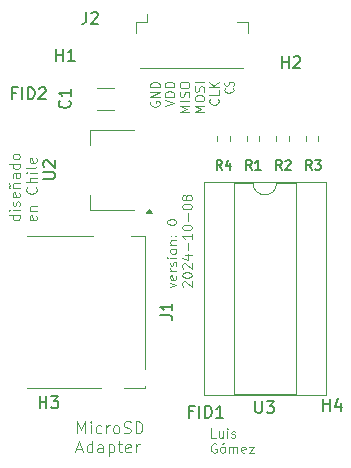
<source format=gbr>
%TF.GenerationSoftware,KiCad,Pcbnew,8.0.5-8.0.5-0~ubuntu20.04.1*%
%TF.CreationDate,2024-10-09T19:15:32-03:00*%
%TF.ProjectId,MicroSD,4d696372-6f53-4442-9e6b-696361645f70,Luis G_mez*%
%TF.SameCoordinates,Original*%
%TF.FileFunction,Legend,Top*%
%TF.FilePolarity,Positive*%
%FSLAX46Y46*%
G04 Gerber Fmt 4.6, Leading zero omitted, Abs format (unit mm)*
G04 Created by KiCad (PCBNEW 8.0.5-8.0.5-0~ubuntu20.04.1) date 2024-10-09 19:15:32*
%MOMM*%
%LPD*%
G01*
G04 APERTURE LIST*
%ADD10C,0.100000*%
%ADD11C,0.080000*%
%ADD12C,0.150000*%
%ADD13C,0.120000*%
G04 APERTURE END LIST*
D10*
X102035707Y-118334211D02*
X101135707Y-118334211D01*
X101992850Y-118334211D02*
X102035707Y-118419925D01*
X102035707Y-118419925D02*
X102035707Y-118591353D01*
X102035707Y-118591353D02*
X101992850Y-118677068D01*
X101992850Y-118677068D02*
X101949992Y-118719925D01*
X101949992Y-118719925D02*
X101864278Y-118762782D01*
X101864278Y-118762782D02*
X101607135Y-118762782D01*
X101607135Y-118762782D02*
X101521421Y-118719925D01*
X101521421Y-118719925D02*
X101478564Y-118677068D01*
X101478564Y-118677068D02*
X101435707Y-118591353D01*
X101435707Y-118591353D02*
X101435707Y-118419925D01*
X101435707Y-118419925D02*
X101478564Y-118334211D01*
X102035707Y-117905639D02*
X101435707Y-117905639D01*
X101135707Y-117905639D02*
X101178564Y-117948496D01*
X101178564Y-117948496D02*
X101221421Y-117905639D01*
X101221421Y-117905639D02*
X101178564Y-117862782D01*
X101178564Y-117862782D02*
X101135707Y-117905639D01*
X101135707Y-117905639D02*
X101221421Y-117905639D01*
X101992850Y-117519925D02*
X102035707Y-117434211D01*
X102035707Y-117434211D02*
X102035707Y-117262782D01*
X102035707Y-117262782D02*
X101992850Y-117177068D01*
X101992850Y-117177068D02*
X101907135Y-117134211D01*
X101907135Y-117134211D02*
X101864278Y-117134211D01*
X101864278Y-117134211D02*
X101778564Y-117177068D01*
X101778564Y-117177068D02*
X101735707Y-117262782D01*
X101735707Y-117262782D02*
X101735707Y-117391354D01*
X101735707Y-117391354D02*
X101692850Y-117477068D01*
X101692850Y-117477068D02*
X101607135Y-117519925D01*
X101607135Y-117519925D02*
X101564278Y-117519925D01*
X101564278Y-117519925D02*
X101478564Y-117477068D01*
X101478564Y-117477068D02*
X101435707Y-117391354D01*
X101435707Y-117391354D02*
X101435707Y-117262782D01*
X101435707Y-117262782D02*
X101478564Y-117177068D01*
X101992850Y-116405640D02*
X102035707Y-116491354D01*
X102035707Y-116491354D02*
X102035707Y-116662783D01*
X102035707Y-116662783D02*
X101992850Y-116748497D01*
X101992850Y-116748497D02*
X101907135Y-116791354D01*
X101907135Y-116791354D02*
X101564278Y-116791354D01*
X101564278Y-116791354D02*
X101478564Y-116748497D01*
X101478564Y-116748497D02*
X101435707Y-116662783D01*
X101435707Y-116662783D02*
X101435707Y-116491354D01*
X101435707Y-116491354D02*
X101478564Y-116405640D01*
X101478564Y-116405640D02*
X101564278Y-116362783D01*
X101564278Y-116362783D02*
X101649992Y-116362783D01*
X101649992Y-116362783D02*
X101735707Y-116791354D01*
X101435707Y-115977068D02*
X102035707Y-115977068D01*
X101521421Y-115977068D02*
X101478564Y-115934211D01*
X101478564Y-115934211D02*
X101435707Y-115848496D01*
X101435707Y-115848496D02*
X101435707Y-115719925D01*
X101435707Y-115719925D02*
X101478564Y-115634211D01*
X101478564Y-115634211D02*
X101564278Y-115591354D01*
X101564278Y-115591354D02*
X102035707Y-115591354D01*
X101221421Y-116019925D02*
X101178564Y-115977068D01*
X101178564Y-115977068D02*
X101135707Y-115891354D01*
X101135707Y-115891354D02*
X101221421Y-115719925D01*
X101221421Y-115719925D02*
X101178564Y-115634211D01*
X101178564Y-115634211D02*
X101135707Y-115591354D01*
X102035707Y-114777068D02*
X101564278Y-114777068D01*
X101564278Y-114777068D02*
X101478564Y-114819925D01*
X101478564Y-114819925D02*
X101435707Y-114905639D01*
X101435707Y-114905639D02*
X101435707Y-115077068D01*
X101435707Y-115077068D02*
X101478564Y-115162782D01*
X101992850Y-114777068D02*
X102035707Y-114862782D01*
X102035707Y-114862782D02*
X102035707Y-115077068D01*
X102035707Y-115077068D02*
X101992850Y-115162782D01*
X101992850Y-115162782D02*
X101907135Y-115205639D01*
X101907135Y-115205639D02*
X101821421Y-115205639D01*
X101821421Y-115205639D02*
X101735707Y-115162782D01*
X101735707Y-115162782D02*
X101692850Y-115077068D01*
X101692850Y-115077068D02*
X101692850Y-114862782D01*
X101692850Y-114862782D02*
X101649992Y-114777068D01*
X102035707Y-113962782D02*
X101135707Y-113962782D01*
X101992850Y-113962782D02*
X102035707Y-114048496D01*
X102035707Y-114048496D02*
X102035707Y-114219924D01*
X102035707Y-114219924D02*
X101992850Y-114305639D01*
X101992850Y-114305639D02*
X101949992Y-114348496D01*
X101949992Y-114348496D02*
X101864278Y-114391353D01*
X101864278Y-114391353D02*
X101607135Y-114391353D01*
X101607135Y-114391353D02*
X101521421Y-114348496D01*
X101521421Y-114348496D02*
X101478564Y-114305639D01*
X101478564Y-114305639D02*
X101435707Y-114219924D01*
X101435707Y-114219924D02*
X101435707Y-114048496D01*
X101435707Y-114048496D02*
X101478564Y-113962782D01*
X102035707Y-113405638D02*
X101992850Y-113491353D01*
X101992850Y-113491353D02*
X101949992Y-113534210D01*
X101949992Y-113534210D02*
X101864278Y-113577067D01*
X101864278Y-113577067D02*
X101607135Y-113577067D01*
X101607135Y-113577067D02*
X101521421Y-113534210D01*
X101521421Y-113534210D02*
X101478564Y-113491353D01*
X101478564Y-113491353D02*
X101435707Y-113405638D01*
X101435707Y-113405638D02*
X101435707Y-113277067D01*
X101435707Y-113277067D02*
X101478564Y-113191353D01*
X101478564Y-113191353D02*
X101521421Y-113148496D01*
X101521421Y-113148496D02*
X101607135Y-113105638D01*
X101607135Y-113105638D02*
X101864278Y-113105638D01*
X101864278Y-113105638D02*
X101949992Y-113148496D01*
X101949992Y-113148496D02*
X101992850Y-113191353D01*
X101992850Y-113191353D02*
X102035707Y-113277067D01*
X102035707Y-113277067D02*
X102035707Y-113405638D01*
X103441800Y-118377068D02*
X103484657Y-118462782D01*
X103484657Y-118462782D02*
X103484657Y-118634211D01*
X103484657Y-118634211D02*
X103441800Y-118719925D01*
X103441800Y-118719925D02*
X103356085Y-118762782D01*
X103356085Y-118762782D02*
X103013228Y-118762782D01*
X103013228Y-118762782D02*
X102927514Y-118719925D01*
X102927514Y-118719925D02*
X102884657Y-118634211D01*
X102884657Y-118634211D02*
X102884657Y-118462782D01*
X102884657Y-118462782D02*
X102927514Y-118377068D01*
X102927514Y-118377068D02*
X103013228Y-118334211D01*
X103013228Y-118334211D02*
X103098942Y-118334211D01*
X103098942Y-118334211D02*
X103184657Y-118762782D01*
X102884657Y-117948496D02*
X103484657Y-117948496D01*
X102970371Y-117948496D02*
X102927514Y-117905639D01*
X102927514Y-117905639D02*
X102884657Y-117819924D01*
X102884657Y-117819924D02*
X102884657Y-117691353D01*
X102884657Y-117691353D02*
X102927514Y-117605639D01*
X102927514Y-117605639D02*
X103013228Y-117562782D01*
X103013228Y-117562782D02*
X103484657Y-117562782D01*
X103398942Y-115934210D02*
X103441800Y-115977067D01*
X103441800Y-115977067D02*
X103484657Y-116105639D01*
X103484657Y-116105639D02*
X103484657Y-116191353D01*
X103484657Y-116191353D02*
X103441800Y-116319924D01*
X103441800Y-116319924D02*
X103356085Y-116405639D01*
X103356085Y-116405639D02*
X103270371Y-116448496D01*
X103270371Y-116448496D02*
X103098942Y-116491353D01*
X103098942Y-116491353D02*
X102970371Y-116491353D01*
X102970371Y-116491353D02*
X102798942Y-116448496D01*
X102798942Y-116448496D02*
X102713228Y-116405639D01*
X102713228Y-116405639D02*
X102627514Y-116319924D01*
X102627514Y-116319924D02*
X102584657Y-116191353D01*
X102584657Y-116191353D02*
X102584657Y-116105639D01*
X102584657Y-116105639D02*
X102627514Y-115977067D01*
X102627514Y-115977067D02*
X102670371Y-115934210D01*
X103484657Y-115548496D02*
X102584657Y-115548496D01*
X103484657Y-115162782D02*
X103013228Y-115162782D01*
X103013228Y-115162782D02*
X102927514Y-115205639D01*
X102927514Y-115205639D02*
X102884657Y-115291353D01*
X102884657Y-115291353D02*
X102884657Y-115419924D01*
X102884657Y-115419924D02*
X102927514Y-115505639D01*
X102927514Y-115505639D02*
X102970371Y-115548496D01*
X103484657Y-114734210D02*
X102884657Y-114734210D01*
X102584657Y-114734210D02*
X102627514Y-114777067D01*
X102627514Y-114777067D02*
X102670371Y-114734210D01*
X102670371Y-114734210D02*
X102627514Y-114691353D01*
X102627514Y-114691353D02*
X102584657Y-114734210D01*
X102584657Y-114734210D02*
X102670371Y-114734210D01*
X103484657Y-114177067D02*
X103441800Y-114262782D01*
X103441800Y-114262782D02*
X103356085Y-114305639D01*
X103356085Y-114305639D02*
X102584657Y-114305639D01*
X103441800Y-113491353D02*
X103484657Y-113577067D01*
X103484657Y-113577067D02*
X103484657Y-113748496D01*
X103484657Y-113748496D02*
X103441800Y-113834210D01*
X103441800Y-113834210D02*
X103356085Y-113877067D01*
X103356085Y-113877067D02*
X103013228Y-113877067D01*
X103013228Y-113877067D02*
X102927514Y-113834210D01*
X102927514Y-113834210D02*
X102884657Y-113748496D01*
X102884657Y-113748496D02*
X102884657Y-113577067D01*
X102884657Y-113577067D02*
X102927514Y-113491353D01*
X102927514Y-113491353D02*
X103013228Y-113448496D01*
X103013228Y-113448496D02*
X103098942Y-113448496D01*
X103098942Y-113448496D02*
X103184657Y-113877067D01*
X118637217Y-137147945D02*
X118256265Y-137147945D01*
X118256265Y-137147945D02*
X118256265Y-136347945D01*
X119246741Y-136614611D02*
X119246741Y-137147945D01*
X118903884Y-136614611D02*
X118903884Y-137033659D01*
X118903884Y-137033659D02*
X118941979Y-137109850D01*
X118941979Y-137109850D02*
X119018169Y-137147945D01*
X119018169Y-137147945D02*
X119132455Y-137147945D01*
X119132455Y-137147945D02*
X119208646Y-137109850D01*
X119208646Y-137109850D02*
X119246741Y-137071754D01*
X119627694Y-137147945D02*
X119627694Y-136614611D01*
X119627694Y-136347945D02*
X119589598Y-136386040D01*
X119589598Y-136386040D02*
X119627694Y-136424135D01*
X119627694Y-136424135D02*
X119665789Y-136386040D01*
X119665789Y-136386040D02*
X119627694Y-136347945D01*
X119627694Y-136347945D02*
X119627694Y-136424135D01*
X119970550Y-137109850D02*
X120046741Y-137147945D01*
X120046741Y-137147945D02*
X120199122Y-137147945D01*
X120199122Y-137147945D02*
X120275312Y-137109850D01*
X120275312Y-137109850D02*
X120313408Y-137033659D01*
X120313408Y-137033659D02*
X120313408Y-136995564D01*
X120313408Y-136995564D02*
X120275312Y-136919373D01*
X120275312Y-136919373D02*
X120199122Y-136881278D01*
X120199122Y-136881278D02*
X120084836Y-136881278D01*
X120084836Y-136881278D02*
X120008646Y-136843183D01*
X120008646Y-136843183D02*
X119970550Y-136766992D01*
X119970550Y-136766992D02*
X119970550Y-136728897D01*
X119970550Y-136728897D02*
X120008646Y-136652707D01*
X120008646Y-136652707D02*
X120084836Y-136614611D01*
X120084836Y-136614611D02*
X120199122Y-136614611D01*
X120199122Y-136614611D02*
X120275312Y-136652707D01*
X118675312Y-137673995D02*
X118599122Y-137635900D01*
X118599122Y-137635900D02*
X118484836Y-137635900D01*
X118484836Y-137635900D02*
X118370550Y-137673995D01*
X118370550Y-137673995D02*
X118294360Y-137750185D01*
X118294360Y-137750185D02*
X118256265Y-137826376D01*
X118256265Y-137826376D02*
X118218169Y-137978757D01*
X118218169Y-137978757D02*
X118218169Y-138093043D01*
X118218169Y-138093043D02*
X118256265Y-138245424D01*
X118256265Y-138245424D02*
X118294360Y-138321614D01*
X118294360Y-138321614D02*
X118370550Y-138397805D01*
X118370550Y-138397805D02*
X118484836Y-138435900D01*
X118484836Y-138435900D02*
X118561027Y-138435900D01*
X118561027Y-138435900D02*
X118675312Y-138397805D01*
X118675312Y-138397805D02*
X118713408Y-138359709D01*
X118713408Y-138359709D02*
X118713408Y-138093043D01*
X118713408Y-138093043D02*
X118561027Y-138093043D01*
X119170550Y-138435900D02*
X119094360Y-138397805D01*
X119094360Y-138397805D02*
X119056265Y-138359709D01*
X119056265Y-138359709D02*
X119018169Y-138283519D01*
X119018169Y-138283519D02*
X119018169Y-138054947D01*
X119018169Y-138054947D02*
X119056265Y-137978757D01*
X119056265Y-137978757D02*
X119094360Y-137940662D01*
X119094360Y-137940662D02*
X119170550Y-137902566D01*
X119170550Y-137902566D02*
X119284836Y-137902566D01*
X119284836Y-137902566D02*
X119361027Y-137940662D01*
X119361027Y-137940662D02*
X119399122Y-137978757D01*
X119399122Y-137978757D02*
X119437217Y-138054947D01*
X119437217Y-138054947D02*
X119437217Y-138283519D01*
X119437217Y-138283519D02*
X119399122Y-138359709D01*
X119399122Y-138359709D02*
X119361027Y-138397805D01*
X119361027Y-138397805D02*
X119284836Y-138435900D01*
X119284836Y-138435900D02*
X119170550Y-138435900D01*
X119322931Y-137597805D02*
X119208646Y-137712090D01*
X119780075Y-138435900D02*
X119780075Y-137902566D01*
X119780075Y-137978757D02*
X119818170Y-137940662D01*
X119818170Y-137940662D02*
X119894360Y-137902566D01*
X119894360Y-137902566D02*
X120008646Y-137902566D01*
X120008646Y-137902566D02*
X120084837Y-137940662D01*
X120084837Y-137940662D02*
X120122932Y-138016852D01*
X120122932Y-138016852D02*
X120122932Y-138435900D01*
X120122932Y-138016852D02*
X120161027Y-137940662D01*
X120161027Y-137940662D02*
X120237218Y-137902566D01*
X120237218Y-137902566D02*
X120351503Y-137902566D01*
X120351503Y-137902566D02*
X120427694Y-137940662D01*
X120427694Y-137940662D02*
X120465789Y-138016852D01*
X120465789Y-138016852D02*
X120465789Y-138435900D01*
X121151504Y-138397805D02*
X121075313Y-138435900D01*
X121075313Y-138435900D02*
X120922932Y-138435900D01*
X120922932Y-138435900D02*
X120846742Y-138397805D01*
X120846742Y-138397805D02*
X120808646Y-138321614D01*
X120808646Y-138321614D02*
X120808646Y-138016852D01*
X120808646Y-138016852D02*
X120846742Y-137940662D01*
X120846742Y-137940662D02*
X120922932Y-137902566D01*
X120922932Y-137902566D02*
X121075313Y-137902566D01*
X121075313Y-137902566D02*
X121151504Y-137940662D01*
X121151504Y-137940662D02*
X121189599Y-138016852D01*
X121189599Y-138016852D02*
X121189599Y-138093043D01*
X121189599Y-138093043D02*
X120808646Y-138169233D01*
X121456265Y-137902566D02*
X121875313Y-137902566D01*
X121875313Y-137902566D02*
X121456265Y-138435900D01*
X121456265Y-138435900D02*
X121875313Y-138435900D01*
X114775606Y-124419925D02*
X115308940Y-124229449D01*
X115308940Y-124229449D02*
X114775606Y-124038972D01*
X115270845Y-123429448D02*
X115308940Y-123505639D01*
X115308940Y-123505639D02*
X115308940Y-123658020D01*
X115308940Y-123658020D02*
X115270845Y-123734210D01*
X115270845Y-123734210D02*
X115194654Y-123772306D01*
X115194654Y-123772306D02*
X114889892Y-123772306D01*
X114889892Y-123772306D02*
X114813702Y-123734210D01*
X114813702Y-123734210D02*
X114775606Y-123658020D01*
X114775606Y-123658020D02*
X114775606Y-123505639D01*
X114775606Y-123505639D02*
X114813702Y-123429448D01*
X114813702Y-123429448D02*
X114889892Y-123391353D01*
X114889892Y-123391353D02*
X114966083Y-123391353D01*
X114966083Y-123391353D02*
X115042273Y-123772306D01*
X115308940Y-123048496D02*
X114775606Y-123048496D01*
X114927987Y-123048496D02*
X114851797Y-123010401D01*
X114851797Y-123010401D02*
X114813702Y-122972306D01*
X114813702Y-122972306D02*
X114775606Y-122896115D01*
X114775606Y-122896115D02*
X114775606Y-122819925D01*
X115270845Y-122591354D02*
X115308940Y-122515163D01*
X115308940Y-122515163D02*
X115308940Y-122362782D01*
X115308940Y-122362782D02*
X115270845Y-122286592D01*
X115270845Y-122286592D02*
X115194654Y-122248496D01*
X115194654Y-122248496D02*
X115156559Y-122248496D01*
X115156559Y-122248496D02*
X115080368Y-122286592D01*
X115080368Y-122286592D02*
X115042273Y-122362782D01*
X115042273Y-122362782D02*
X115042273Y-122477068D01*
X115042273Y-122477068D02*
X115004178Y-122553258D01*
X115004178Y-122553258D02*
X114927987Y-122591354D01*
X114927987Y-122591354D02*
X114889892Y-122591354D01*
X114889892Y-122591354D02*
X114813702Y-122553258D01*
X114813702Y-122553258D02*
X114775606Y-122477068D01*
X114775606Y-122477068D02*
X114775606Y-122362782D01*
X114775606Y-122362782D02*
X114813702Y-122286592D01*
X115308940Y-121905639D02*
X114775606Y-121905639D01*
X114508940Y-121905639D02*
X114547035Y-121943735D01*
X114547035Y-121943735D02*
X114585130Y-121905639D01*
X114585130Y-121905639D02*
X114547035Y-121867544D01*
X114547035Y-121867544D02*
X114508940Y-121905639D01*
X114508940Y-121905639D02*
X114585130Y-121905639D01*
X115308940Y-121410402D02*
X115270845Y-121486592D01*
X115270845Y-121486592D02*
X115232749Y-121524687D01*
X115232749Y-121524687D02*
X115156559Y-121562783D01*
X115156559Y-121562783D02*
X114927987Y-121562783D01*
X114927987Y-121562783D02*
X114851797Y-121524687D01*
X114851797Y-121524687D02*
X114813702Y-121486592D01*
X114813702Y-121486592D02*
X114775606Y-121410402D01*
X114775606Y-121410402D02*
X114775606Y-121296116D01*
X114775606Y-121296116D02*
X114813702Y-121219925D01*
X114813702Y-121219925D02*
X114851797Y-121181830D01*
X114851797Y-121181830D02*
X114927987Y-121143735D01*
X114927987Y-121143735D02*
X115156559Y-121143735D01*
X115156559Y-121143735D02*
X115232749Y-121181830D01*
X115232749Y-121181830D02*
X115270845Y-121219925D01*
X115270845Y-121219925D02*
X115308940Y-121296116D01*
X115308940Y-121296116D02*
X115308940Y-121410402D01*
X114775606Y-120800877D02*
X115308940Y-120800877D01*
X114851797Y-120800877D02*
X114813702Y-120762782D01*
X114813702Y-120762782D02*
X114775606Y-120686592D01*
X114775606Y-120686592D02*
X114775606Y-120572306D01*
X114775606Y-120572306D02*
X114813702Y-120496115D01*
X114813702Y-120496115D02*
X114889892Y-120458020D01*
X114889892Y-120458020D02*
X115308940Y-120458020D01*
X115232749Y-120077067D02*
X115270845Y-120038972D01*
X115270845Y-120038972D02*
X115308940Y-120077067D01*
X115308940Y-120077067D02*
X115270845Y-120115163D01*
X115270845Y-120115163D02*
X115232749Y-120077067D01*
X115232749Y-120077067D02*
X115308940Y-120077067D01*
X114813702Y-120077067D02*
X114851797Y-120038972D01*
X114851797Y-120038972D02*
X114889892Y-120077067D01*
X114889892Y-120077067D02*
X114851797Y-120115163D01*
X114851797Y-120115163D02*
X114813702Y-120077067D01*
X114813702Y-120077067D02*
X114889892Y-120077067D01*
X114508940Y-118934210D02*
X114508940Y-118858020D01*
X114508940Y-118858020D02*
X114547035Y-118781829D01*
X114547035Y-118781829D02*
X114585130Y-118743734D01*
X114585130Y-118743734D02*
X114661321Y-118705639D01*
X114661321Y-118705639D02*
X114813702Y-118667544D01*
X114813702Y-118667544D02*
X115004178Y-118667544D01*
X115004178Y-118667544D02*
X115156559Y-118705639D01*
X115156559Y-118705639D02*
X115232749Y-118743734D01*
X115232749Y-118743734D02*
X115270845Y-118781829D01*
X115270845Y-118781829D02*
X115308940Y-118858020D01*
X115308940Y-118858020D02*
X115308940Y-118934210D01*
X115308940Y-118934210D02*
X115270845Y-119010401D01*
X115270845Y-119010401D02*
X115232749Y-119048496D01*
X115232749Y-119048496D02*
X115156559Y-119086591D01*
X115156559Y-119086591D02*
X115004178Y-119124687D01*
X115004178Y-119124687D02*
X114813702Y-119124687D01*
X114813702Y-119124687D02*
X114661321Y-119086591D01*
X114661321Y-119086591D02*
X114585130Y-119048496D01*
X114585130Y-119048496D02*
X114547035Y-119010401D01*
X114547035Y-119010401D02*
X114508940Y-118934210D01*
X115873085Y-124381830D02*
X115834990Y-124343734D01*
X115834990Y-124343734D02*
X115796895Y-124267544D01*
X115796895Y-124267544D02*
X115796895Y-124077068D01*
X115796895Y-124077068D02*
X115834990Y-124000877D01*
X115834990Y-124000877D02*
X115873085Y-123962782D01*
X115873085Y-123962782D02*
X115949276Y-123924687D01*
X115949276Y-123924687D02*
X116025466Y-123924687D01*
X116025466Y-123924687D02*
X116139752Y-123962782D01*
X116139752Y-123962782D02*
X116596895Y-124419925D01*
X116596895Y-124419925D02*
X116596895Y-123924687D01*
X115796895Y-123429448D02*
X115796895Y-123353258D01*
X115796895Y-123353258D02*
X115834990Y-123277067D01*
X115834990Y-123277067D02*
X115873085Y-123238972D01*
X115873085Y-123238972D02*
X115949276Y-123200877D01*
X115949276Y-123200877D02*
X116101657Y-123162782D01*
X116101657Y-123162782D02*
X116292133Y-123162782D01*
X116292133Y-123162782D02*
X116444514Y-123200877D01*
X116444514Y-123200877D02*
X116520704Y-123238972D01*
X116520704Y-123238972D02*
X116558800Y-123277067D01*
X116558800Y-123277067D02*
X116596895Y-123353258D01*
X116596895Y-123353258D02*
X116596895Y-123429448D01*
X116596895Y-123429448D02*
X116558800Y-123505639D01*
X116558800Y-123505639D02*
X116520704Y-123543734D01*
X116520704Y-123543734D02*
X116444514Y-123581829D01*
X116444514Y-123581829D02*
X116292133Y-123619925D01*
X116292133Y-123619925D02*
X116101657Y-123619925D01*
X116101657Y-123619925D02*
X115949276Y-123581829D01*
X115949276Y-123581829D02*
X115873085Y-123543734D01*
X115873085Y-123543734D02*
X115834990Y-123505639D01*
X115834990Y-123505639D02*
X115796895Y-123429448D01*
X115873085Y-122858020D02*
X115834990Y-122819924D01*
X115834990Y-122819924D02*
X115796895Y-122743734D01*
X115796895Y-122743734D02*
X115796895Y-122553258D01*
X115796895Y-122553258D02*
X115834990Y-122477067D01*
X115834990Y-122477067D02*
X115873085Y-122438972D01*
X115873085Y-122438972D02*
X115949276Y-122400877D01*
X115949276Y-122400877D02*
X116025466Y-122400877D01*
X116025466Y-122400877D02*
X116139752Y-122438972D01*
X116139752Y-122438972D02*
X116596895Y-122896115D01*
X116596895Y-122896115D02*
X116596895Y-122400877D01*
X116063561Y-121715162D02*
X116596895Y-121715162D01*
X115758800Y-121905638D02*
X116330228Y-122096115D01*
X116330228Y-122096115D02*
X116330228Y-121600876D01*
X116292133Y-121296114D02*
X116292133Y-120686591D01*
X116596895Y-119886591D02*
X116596895Y-120343734D01*
X116596895Y-120115162D02*
X115796895Y-120115162D01*
X115796895Y-120115162D02*
X115911180Y-120191353D01*
X115911180Y-120191353D02*
X115987371Y-120267543D01*
X115987371Y-120267543D02*
X116025466Y-120343734D01*
X115796895Y-119391352D02*
X115796895Y-119315162D01*
X115796895Y-119315162D02*
X115834990Y-119238971D01*
X115834990Y-119238971D02*
X115873085Y-119200876D01*
X115873085Y-119200876D02*
X115949276Y-119162781D01*
X115949276Y-119162781D02*
X116101657Y-119124686D01*
X116101657Y-119124686D02*
X116292133Y-119124686D01*
X116292133Y-119124686D02*
X116444514Y-119162781D01*
X116444514Y-119162781D02*
X116520704Y-119200876D01*
X116520704Y-119200876D02*
X116558800Y-119238971D01*
X116558800Y-119238971D02*
X116596895Y-119315162D01*
X116596895Y-119315162D02*
X116596895Y-119391352D01*
X116596895Y-119391352D02*
X116558800Y-119467543D01*
X116558800Y-119467543D02*
X116520704Y-119505638D01*
X116520704Y-119505638D02*
X116444514Y-119543733D01*
X116444514Y-119543733D02*
X116292133Y-119581829D01*
X116292133Y-119581829D02*
X116101657Y-119581829D01*
X116101657Y-119581829D02*
X115949276Y-119543733D01*
X115949276Y-119543733D02*
X115873085Y-119505638D01*
X115873085Y-119505638D02*
X115834990Y-119467543D01*
X115834990Y-119467543D02*
X115796895Y-119391352D01*
X116292133Y-118781828D02*
X116292133Y-118172305D01*
X115796895Y-117638971D02*
X115796895Y-117562781D01*
X115796895Y-117562781D02*
X115834990Y-117486590D01*
X115834990Y-117486590D02*
X115873085Y-117448495D01*
X115873085Y-117448495D02*
X115949276Y-117410400D01*
X115949276Y-117410400D02*
X116101657Y-117372305D01*
X116101657Y-117372305D02*
X116292133Y-117372305D01*
X116292133Y-117372305D02*
X116444514Y-117410400D01*
X116444514Y-117410400D02*
X116520704Y-117448495D01*
X116520704Y-117448495D02*
X116558800Y-117486590D01*
X116558800Y-117486590D02*
X116596895Y-117562781D01*
X116596895Y-117562781D02*
X116596895Y-117638971D01*
X116596895Y-117638971D02*
X116558800Y-117715162D01*
X116558800Y-117715162D02*
X116520704Y-117753257D01*
X116520704Y-117753257D02*
X116444514Y-117791352D01*
X116444514Y-117791352D02*
X116292133Y-117829448D01*
X116292133Y-117829448D02*
X116101657Y-117829448D01*
X116101657Y-117829448D02*
X115949276Y-117791352D01*
X115949276Y-117791352D02*
X115873085Y-117753257D01*
X115873085Y-117753257D02*
X115834990Y-117715162D01*
X115834990Y-117715162D02*
X115796895Y-117638971D01*
X116139752Y-116915162D02*
X116101657Y-116991352D01*
X116101657Y-116991352D02*
X116063561Y-117029447D01*
X116063561Y-117029447D02*
X115987371Y-117067543D01*
X115987371Y-117067543D02*
X115949276Y-117067543D01*
X115949276Y-117067543D02*
X115873085Y-117029447D01*
X115873085Y-117029447D02*
X115834990Y-116991352D01*
X115834990Y-116991352D02*
X115796895Y-116915162D01*
X115796895Y-116915162D02*
X115796895Y-116762781D01*
X115796895Y-116762781D02*
X115834990Y-116686590D01*
X115834990Y-116686590D02*
X115873085Y-116648495D01*
X115873085Y-116648495D02*
X115949276Y-116610400D01*
X115949276Y-116610400D02*
X115987371Y-116610400D01*
X115987371Y-116610400D02*
X116063561Y-116648495D01*
X116063561Y-116648495D02*
X116101657Y-116686590D01*
X116101657Y-116686590D02*
X116139752Y-116762781D01*
X116139752Y-116762781D02*
X116139752Y-116915162D01*
X116139752Y-116915162D02*
X116177847Y-116991352D01*
X116177847Y-116991352D02*
X116215942Y-117029447D01*
X116215942Y-117029447D02*
X116292133Y-117067543D01*
X116292133Y-117067543D02*
X116444514Y-117067543D01*
X116444514Y-117067543D02*
X116520704Y-117029447D01*
X116520704Y-117029447D02*
X116558800Y-116991352D01*
X116558800Y-116991352D02*
X116596895Y-116915162D01*
X116596895Y-116915162D02*
X116596895Y-116762781D01*
X116596895Y-116762781D02*
X116558800Y-116686590D01*
X116558800Y-116686590D02*
X116520704Y-116648495D01*
X116520704Y-116648495D02*
X116444514Y-116610400D01*
X116444514Y-116610400D02*
X116292133Y-116610400D01*
X116292133Y-116610400D02*
X116215942Y-116648495D01*
X116215942Y-116648495D02*
X116177847Y-116686590D01*
X116177847Y-116686590D02*
X116139752Y-116762781D01*
X106903884Y-136784480D02*
X106903884Y-135784480D01*
X106903884Y-135784480D02*
X107237217Y-136498765D01*
X107237217Y-136498765D02*
X107570550Y-135784480D01*
X107570550Y-135784480D02*
X107570550Y-136784480D01*
X108046741Y-136784480D02*
X108046741Y-136117813D01*
X108046741Y-135784480D02*
X107999122Y-135832099D01*
X107999122Y-135832099D02*
X108046741Y-135879718D01*
X108046741Y-135879718D02*
X108094360Y-135832099D01*
X108094360Y-135832099D02*
X108046741Y-135784480D01*
X108046741Y-135784480D02*
X108046741Y-135879718D01*
X108951502Y-136736861D02*
X108856264Y-136784480D01*
X108856264Y-136784480D02*
X108665788Y-136784480D01*
X108665788Y-136784480D02*
X108570550Y-136736861D01*
X108570550Y-136736861D02*
X108522931Y-136689241D01*
X108522931Y-136689241D02*
X108475312Y-136594003D01*
X108475312Y-136594003D02*
X108475312Y-136308289D01*
X108475312Y-136308289D02*
X108522931Y-136213051D01*
X108522931Y-136213051D02*
X108570550Y-136165432D01*
X108570550Y-136165432D02*
X108665788Y-136117813D01*
X108665788Y-136117813D02*
X108856264Y-136117813D01*
X108856264Y-136117813D02*
X108951502Y-136165432D01*
X109380074Y-136784480D02*
X109380074Y-136117813D01*
X109380074Y-136308289D02*
X109427693Y-136213051D01*
X109427693Y-136213051D02*
X109475312Y-136165432D01*
X109475312Y-136165432D02*
X109570550Y-136117813D01*
X109570550Y-136117813D02*
X109665788Y-136117813D01*
X110141979Y-136784480D02*
X110046741Y-136736861D01*
X110046741Y-136736861D02*
X109999122Y-136689241D01*
X109999122Y-136689241D02*
X109951503Y-136594003D01*
X109951503Y-136594003D02*
X109951503Y-136308289D01*
X109951503Y-136308289D02*
X109999122Y-136213051D01*
X109999122Y-136213051D02*
X110046741Y-136165432D01*
X110046741Y-136165432D02*
X110141979Y-136117813D01*
X110141979Y-136117813D02*
X110284836Y-136117813D01*
X110284836Y-136117813D02*
X110380074Y-136165432D01*
X110380074Y-136165432D02*
X110427693Y-136213051D01*
X110427693Y-136213051D02*
X110475312Y-136308289D01*
X110475312Y-136308289D02*
X110475312Y-136594003D01*
X110475312Y-136594003D02*
X110427693Y-136689241D01*
X110427693Y-136689241D02*
X110380074Y-136736861D01*
X110380074Y-136736861D02*
X110284836Y-136784480D01*
X110284836Y-136784480D02*
X110141979Y-136784480D01*
X110856265Y-136736861D02*
X110999122Y-136784480D01*
X110999122Y-136784480D02*
X111237217Y-136784480D01*
X111237217Y-136784480D02*
X111332455Y-136736861D01*
X111332455Y-136736861D02*
X111380074Y-136689241D01*
X111380074Y-136689241D02*
X111427693Y-136594003D01*
X111427693Y-136594003D02*
X111427693Y-136498765D01*
X111427693Y-136498765D02*
X111380074Y-136403527D01*
X111380074Y-136403527D02*
X111332455Y-136355908D01*
X111332455Y-136355908D02*
X111237217Y-136308289D01*
X111237217Y-136308289D02*
X111046741Y-136260670D01*
X111046741Y-136260670D02*
X110951503Y-136213051D01*
X110951503Y-136213051D02*
X110903884Y-136165432D01*
X110903884Y-136165432D02*
X110856265Y-136070194D01*
X110856265Y-136070194D02*
X110856265Y-135974956D01*
X110856265Y-135974956D02*
X110903884Y-135879718D01*
X110903884Y-135879718D02*
X110951503Y-135832099D01*
X110951503Y-135832099D02*
X111046741Y-135784480D01*
X111046741Y-135784480D02*
X111284836Y-135784480D01*
X111284836Y-135784480D02*
X111427693Y-135832099D01*
X111856265Y-136784480D02*
X111856265Y-135784480D01*
X111856265Y-135784480D02*
X112094360Y-135784480D01*
X112094360Y-135784480D02*
X112237217Y-135832099D01*
X112237217Y-135832099D02*
X112332455Y-135927337D01*
X112332455Y-135927337D02*
X112380074Y-136022575D01*
X112380074Y-136022575D02*
X112427693Y-136213051D01*
X112427693Y-136213051D02*
X112427693Y-136355908D01*
X112427693Y-136355908D02*
X112380074Y-136546384D01*
X112380074Y-136546384D02*
X112332455Y-136641622D01*
X112332455Y-136641622D02*
X112237217Y-136736861D01*
X112237217Y-136736861D02*
X112094360Y-136784480D01*
X112094360Y-136784480D02*
X111856265Y-136784480D01*
X106856265Y-138108709D02*
X107332455Y-138108709D01*
X106761027Y-138394424D02*
X107094360Y-137394424D01*
X107094360Y-137394424D02*
X107427693Y-138394424D01*
X108189598Y-138394424D02*
X108189598Y-137394424D01*
X108189598Y-138346805D02*
X108094360Y-138394424D01*
X108094360Y-138394424D02*
X107903884Y-138394424D01*
X107903884Y-138394424D02*
X107808646Y-138346805D01*
X107808646Y-138346805D02*
X107761027Y-138299185D01*
X107761027Y-138299185D02*
X107713408Y-138203947D01*
X107713408Y-138203947D02*
X107713408Y-137918233D01*
X107713408Y-137918233D02*
X107761027Y-137822995D01*
X107761027Y-137822995D02*
X107808646Y-137775376D01*
X107808646Y-137775376D02*
X107903884Y-137727757D01*
X107903884Y-137727757D02*
X108094360Y-137727757D01*
X108094360Y-137727757D02*
X108189598Y-137775376D01*
X109094360Y-138394424D02*
X109094360Y-137870614D01*
X109094360Y-137870614D02*
X109046741Y-137775376D01*
X109046741Y-137775376D02*
X108951503Y-137727757D01*
X108951503Y-137727757D02*
X108761027Y-137727757D01*
X108761027Y-137727757D02*
X108665789Y-137775376D01*
X109094360Y-138346805D02*
X108999122Y-138394424D01*
X108999122Y-138394424D02*
X108761027Y-138394424D01*
X108761027Y-138394424D02*
X108665789Y-138346805D01*
X108665789Y-138346805D02*
X108618170Y-138251566D01*
X108618170Y-138251566D02*
X108618170Y-138156328D01*
X108618170Y-138156328D02*
X108665789Y-138061090D01*
X108665789Y-138061090D02*
X108761027Y-138013471D01*
X108761027Y-138013471D02*
X108999122Y-138013471D01*
X108999122Y-138013471D02*
X109094360Y-137965852D01*
X109570551Y-137727757D02*
X109570551Y-138727757D01*
X109570551Y-137775376D02*
X109665789Y-137727757D01*
X109665789Y-137727757D02*
X109856265Y-137727757D01*
X109856265Y-137727757D02*
X109951503Y-137775376D01*
X109951503Y-137775376D02*
X109999122Y-137822995D01*
X109999122Y-137822995D02*
X110046741Y-137918233D01*
X110046741Y-137918233D02*
X110046741Y-138203947D01*
X110046741Y-138203947D02*
X109999122Y-138299185D01*
X109999122Y-138299185D02*
X109951503Y-138346805D01*
X109951503Y-138346805D02*
X109856265Y-138394424D01*
X109856265Y-138394424D02*
X109665789Y-138394424D01*
X109665789Y-138394424D02*
X109570551Y-138346805D01*
X110332456Y-137727757D02*
X110713408Y-137727757D01*
X110475313Y-137394424D02*
X110475313Y-138251566D01*
X110475313Y-138251566D02*
X110522932Y-138346805D01*
X110522932Y-138346805D02*
X110618170Y-138394424D01*
X110618170Y-138394424D02*
X110713408Y-138394424D01*
X111427694Y-138346805D02*
X111332456Y-138394424D01*
X111332456Y-138394424D02*
X111141980Y-138394424D01*
X111141980Y-138394424D02*
X111046742Y-138346805D01*
X111046742Y-138346805D02*
X110999123Y-138251566D01*
X110999123Y-138251566D02*
X110999123Y-137870614D01*
X110999123Y-137870614D02*
X111046742Y-137775376D01*
X111046742Y-137775376D02*
X111141980Y-137727757D01*
X111141980Y-137727757D02*
X111332456Y-137727757D01*
X111332456Y-137727757D02*
X111427694Y-137775376D01*
X111427694Y-137775376D02*
X111475313Y-137870614D01*
X111475313Y-137870614D02*
X111475313Y-137965852D01*
X111475313Y-137965852D02*
X110999123Y-138061090D01*
X111903885Y-138394424D02*
X111903885Y-137727757D01*
X111903885Y-137918233D02*
X111951504Y-137822995D01*
X111951504Y-137822995D02*
X111999123Y-137775376D01*
X111999123Y-137775376D02*
X112094361Y-137727757D01*
X112094361Y-137727757D02*
X112189599Y-137727757D01*
D11*
X113136030Y-108688321D02*
X113097935Y-108764511D01*
X113097935Y-108764511D02*
X113097935Y-108878797D01*
X113097935Y-108878797D02*
X113136030Y-108993083D01*
X113136030Y-108993083D02*
X113212220Y-109069273D01*
X113212220Y-109069273D02*
X113288411Y-109107368D01*
X113288411Y-109107368D02*
X113440792Y-109145464D01*
X113440792Y-109145464D02*
X113555078Y-109145464D01*
X113555078Y-109145464D02*
X113707459Y-109107368D01*
X113707459Y-109107368D02*
X113783649Y-109069273D01*
X113783649Y-109069273D02*
X113859840Y-108993083D01*
X113859840Y-108993083D02*
X113897935Y-108878797D01*
X113897935Y-108878797D02*
X113897935Y-108802606D01*
X113897935Y-108802606D02*
X113859840Y-108688321D01*
X113859840Y-108688321D02*
X113821744Y-108650225D01*
X113821744Y-108650225D02*
X113555078Y-108650225D01*
X113555078Y-108650225D02*
X113555078Y-108802606D01*
X113897935Y-108307368D02*
X113097935Y-108307368D01*
X113097935Y-108307368D02*
X113897935Y-107850225D01*
X113897935Y-107850225D02*
X113097935Y-107850225D01*
X113897935Y-107469273D02*
X113097935Y-107469273D01*
X113097935Y-107469273D02*
X113097935Y-107278797D01*
X113097935Y-107278797D02*
X113136030Y-107164511D01*
X113136030Y-107164511D02*
X113212220Y-107088321D01*
X113212220Y-107088321D02*
X113288411Y-107050226D01*
X113288411Y-107050226D02*
X113440792Y-107012130D01*
X113440792Y-107012130D02*
X113555078Y-107012130D01*
X113555078Y-107012130D02*
X113707459Y-107050226D01*
X113707459Y-107050226D02*
X113783649Y-107088321D01*
X113783649Y-107088321D02*
X113859840Y-107164511D01*
X113859840Y-107164511D02*
X113897935Y-107278797D01*
X113897935Y-107278797D02*
X113897935Y-107469273D01*
X118821744Y-108459749D02*
X118859840Y-108497845D01*
X118859840Y-108497845D02*
X118897935Y-108612130D01*
X118897935Y-108612130D02*
X118897935Y-108688321D01*
X118897935Y-108688321D02*
X118859840Y-108802607D01*
X118859840Y-108802607D02*
X118783649Y-108878797D01*
X118783649Y-108878797D02*
X118707459Y-108916892D01*
X118707459Y-108916892D02*
X118555078Y-108954988D01*
X118555078Y-108954988D02*
X118440792Y-108954988D01*
X118440792Y-108954988D02*
X118288411Y-108916892D01*
X118288411Y-108916892D02*
X118212220Y-108878797D01*
X118212220Y-108878797D02*
X118136030Y-108802607D01*
X118136030Y-108802607D02*
X118097935Y-108688321D01*
X118097935Y-108688321D02*
X118097935Y-108612130D01*
X118097935Y-108612130D02*
X118136030Y-108497845D01*
X118136030Y-108497845D02*
X118174125Y-108459749D01*
X118897935Y-107735940D02*
X118897935Y-108116892D01*
X118897935Y-108116892D02*
X118097935Y-108116892D01*
X118897935Y-107469273D02*
X118097935Y-107469273D01*
X118897935Y-107012130D02*
X118440792Y-107354988D01*
X118097935Y-107012130D02*
X118555078Y-107469273D01*
X117647935Y-109564511D02*
X116847935Y-109564511D01*
X116847935Y-109564511D02*
X117419363Y-109297845D01*
X117419363Y-109297845D02*
X116847935Y-109031178D01*
X116847935Y-109031178D02*
X117647935Y-109031178D01*
X116847935Y-108497844D02*
X116847935Y-108345463D01*
X116847935Y-108345463D02*
X116886030Y-108269273D01*
X116886030Y-108269273D02*
X116962220Y-108193082D01*
X116962220Y-108193082D02*
X117114601Y-108154987D01*
X117114601Y-108154987D02*
X117381268Y-108154987D01*
X117381268Y-108154987D02*
X117533649Y-108193082D01*
X117533649Y-108193082D02*
X117609840Y-108269273D01*
X117609840Y-108269273D02*
X117647935Y-108345463D01*
X117647935Y-108345463D02*
X117647935Y-108497844D01*
X117647935Y-108497844D02*
X117609840Y-108574035D01*
X117609840Y-108574035D02*
X117533649Y-108650225D01*
X117533649Y-108650225D02*
X117381268Y-108688321D01*
X117381268Y-108688321D02*
X117114601Y-108688321D01*
X117114601Y-108688321D02*
X116962220Y-108650225D01*
X116962220Y-108650225D02*
X116886030Y-108574035D01*
X116886030Y-108574035D02*
X116847935Y-108497844D01*
X117609840Y-107850226D02*
X117647935Y-107735940D01*
X117647935Y-107735940D02*
X117647935Y-107545464D01*
X117647935Y-107545464D02*
X117609840Y-107469273D01*
X117609840Y-107469273D02*
X117571744Y-107431178D01*
X117571744Y-107431178D02*
X117495554Y-107393083D01*
X117495554Y-107393083D02*
X117419363Y-107393083D01*
X117419363Y-107393083D02*
X117343173Y-107431178D01*
X117343173Y-107431178D02*
X117305078Y-107469273D01*
X117305078Y-107469273D02*
X117266982Y-107545464D01*
X117266982Y-107545464D02*
X117228887Y-107697845D01*
X117228887Y-107697845D02*
X117190792Y-107774035D01*
X117190792Y-107774035D02*
X117152697Y-107812130D01*
X117152697Y-107812130D02*
X117076506Y-107850226D01*
X117076506Y-107850226D02*
X117000316Y-107850226D01*
X117000316Y-107850226D02*
X116924125Y-107812130D01*
X116924125Y-107812130D02*
X116886030Y-107774035D01*
X116886030Y-107774035D02*
X116847935Y-107697845D01*
X116847935Y-107697845D02*
X116847935Y-107507368D01*
X116847935Y-107507368D02*
X116886030Y-107393083D01*
X117647935Y-107050225D02*
X116847935Y-107050225D01*
X120071744Y-107585464D02*
X120109840Y-107614036D01*
X120109840Y-107614036D02*
X120147935Y-107699750D01*
X120147935Y-107699750D02*
X120147935Y-107756893D01*
X120147935Y-107756893D02*
X120109840Y-107842607D01*
X120109840Y-107842607D02*
X120033649Y-107899750D01*
X120033649Y-107899750D02*
X119957459Y-107928321D01*
X119957459Y-107928321D02*
X119805078Y-107956893D01*
X119805078Y-107956893D02*
X119690792Y-107956893D01*
X119690792Y-107956893D02*
X119538411Y-107928321D01*
X119538411Y-107928321D02*
X119462220Y-107899750D01*
X119462220Y-107899750D02*
X119386030Y-107842607D01*
X119386030Y-107842607D02*
X119347935Y-107756893D01*
X119347935Y-107756893D02*
X119347935Y-107699750D01*
X119347935Y-107699750D02*
X119386030Y-107614036D01*
X119386030Y-107614036D02*
X119424125Y-107585464D01*
X120109840Y-107356893D02*
X120147935Y-107271179D01*
X120147935Y-107271179D02*
X120147935Y-107128321D01*
X120147935Y-107128321D02*
X120109840Y-107071179D01*
X120109840Y-107071179D02*
X120071744Y-107042607D01*
X120071744Y-107042607D02*
X119995554Y-107014036D01*
X119995554Y-107014036D02*
X119919363Y-107014036D01*
X119919363Y-107014036D02*
X119843173Y-107042607D01*
X119843173Y-107042607D02*
X119805078Y-107071179D01*
X119805078Y-107071179D02*
X119766982Y-107128321D01*
X119766982Y-107128321D02*
X119728887Y-107242607D01*
X119728887Y-107242607D02*
X119690792Y-107299750D01*
X119690792Y-107299750D02*
X119652697Y-107328321D01*
X119652697Y-107328321D02*
X119576506Y-107356893D01*
X119576506Y-107356893D02*
X119500316Y-107356893D01*
X119500316Y-107356893D02*
X119424125Y-107328321D01*
X119424125Y-107328321D02*
X119386030Y-107299750D01*
X119386030Y-107299750D02*
X119347935Y-107242607D01*
X119347935Y-107242607D02*
X119347935Y-107099750D01*
X119347935Y-107099750D02*
X119386030Y-107014036D01*
X116397935Y-109564511D02*
X115597935Y-109564511D01*
X115597935Y-109564511D02*
X116169363Y-109297845D01*
X116169363Y-109297845D02*
X115597935Y-109031178D01*
X115597935Y-109031178D02*
X116397935Y-109031178D01*
X116397935Y-108650225D02*
X115597935Y-108650225D01*
X116359840Y-108307369D02*
X116397935Y-108193083D01*
X116397935Y-108193083D02*
X116397935Y-108002607D01*
X116397935Y-108002607D02*
X116359840Y-107926416D01*
X116359840Y-107926416D02*
X116321744Y-107888321D01*
X116321744Y-107888321D02*
X116245554Y-107850226D01*
X116245554Y-107850226D02*
X116169363Y-107850226D01*
X116169363Y-107850226D02*
X116093173Y-107888321D01*
X116093173Y-107888321D02*
X116055078Y-107926416D01*
X116055078Y-107926416D02*
X116016982Y-108002607D01*
X116016982Y-108002607D02*
X115978887Y-108154988D01*
X115978887Y-108154988D02*
X115940792Y-108231178D01*
X115940792Y-108231178D02*
X115902697Y-108269273D01*
X115902697Y-108269273D02*
X115826506Y-108307369D01*
X115826506Y-108307369D02*
X115750316Y-108307369D01*
X115750316Y-108307369D02*
X115674125Y-108269273D01*
X115674125Y-108269273D02*
X115636030Y-108231178D01*
X115636030Y-108231178D02*
X115597935Y-108154988D01*
X115597935Y-108154988D02*
X115597935Y-107964511D01*
X115597935Y-107964511D02*
X115636030Y-107850226D01*
X115597935Y-107354987D02*
X115597935Y-107202606D01*
X115597935Y-107202606D02*
X115636030Y-107126416D01*
X115636030Y-107126416D02*
X115712220Y-107050225D01*
X115712220Y-107050225D02*
X115864601Y-107012130D01*
X115864601Y-107012130D02*
X116131268Y-107012130D01*
X116131268Y-107012130D02*
X116283649Y-107050225D01*
X116283649Y-107050225D02*
X116359840Y-107126416D01*
X116359840Y-107126416D02*
X116397935Y-107202606D01*
X116397935Y-107202606D02*
X116397935Y-107354987D01*
X116397935Y-107354987D02*
X116359840Y-107431178D01*
X116359840Y-107431178D02*
X116283649Y-107507368D01*
X116283649Y-107507368D02*
X116131268Y-107545464D01*
X116131268Y-107545464D02*
X115864601Y-107545464D01*
X115864601Y-107545464D02*
X115712220Y-107507368D01*
X115712220Y-107507368D02*
X115636030Y-107431178D01*
X115636030Y-107431178D02*
X115597935Y-107354987D01*
X114347935Y-109069273D02*
X115147935Y-108802606D01*
X115147935Y-108802606D02*
X114347935Y-108535940D01*
X115147935Y-108269273D02*
X114347935Y-108269273D01*
X114347935Y-108269273D02*
X114347935Y-108078797D01*
X114347935Y-108078797D02*
X114386030Y-107964511D01*
X114386030Y-107964511D02*
X114462220Y-107888321D01*
X114462220Y-107888321D02*
X114538411Y-107850226D01*
X114538411Y-107850226D02*
X114690792Y-107812130D01*
X114690792Y-107812130D02*
X114805078Y-107812130D01*
X114805078Y-107812130D02*
X114957459Y-107850226D01*
X114957459Y-107850226D02*
X115033649Y-107888321D01*
X115033649Y-107888321D02*
X115109840Y-107964511D01*
X115109840Y-107964511D02*
X115147935Y-108078797D01*
X115147935Y-108078797D02*
X115147935Y-108269273D01*
X115147935Y-107469273D02*
X114347935Y-107469273D01*
X114347935Y-107469273D02*
X114347935Y-107278797D01*
X114347935Y-107278797D02*
X114386030Y-107164511D01*
X114386030Y-107164511D02*
X114462220Y-107088321D01*
X114462220Y-107088321D02*
X114538411Y-107050226D01*
X114538411Y-107050226D02*
X114690792Y-107012130D01*
X114690792Y-107012130D02*
X114805078Y-107012130D01*
X114805078Y-107012130D02*
X114957459Y-107050226D01*
X114957459Y-107050226D02*
X115033649Y-107088321D01*
X115033649Y-107088321D02*
X115109840Y-107164511D01*
X115109840Y-107164511D02*
X115147935Y-107278797D01*
X115147935Y-107278797D02*
X115147935Y-107469273D01*
D12*
X101728571Y-107974509D02*
X101395238Y-107974509D01*
X101395238Y-108498319D02*
X101395238Y-107498319D01*
X101395238Y-107498319D02*
X101871428Y-107498319D01*
X102252381Y-108498319D02*
X102252381Y-107498319D01*
X102728571Y-108498319D02*
X102728571Y-107498319D01*
X102728571Y-107498319D02*
X102966666Y-107498319D01*
X102966666Y-107498319D02*
X103109523Y-107545938D01*
X103109523Y-107545938D02*
X103204761Y-107641176D01*
X103204761Y-107641176D02*
X103252380Y-107736414D01*
X103252380Y-107736414D02*
X103299999Y-107926890D01*
X103299999Y-107926890D02*
X103299999Y-108069747D01*
X103299999Y-108069747D02*
X103252380Y-108260223D01*
X103252380Y-108260223D02*
X103204761Y-108355461D01*
X103204761Y-108355461D02*
X103109523Y-108450700D01*
X103109523Y-108450700D02*
X102966666Y-108498319D01*
X102966666Y-108498319D02*
X102728571Y-108498319D01*
X103680952Y-107593557D02*
X103728571Y-107545938D01*
X103728571Y-107545938D02*
X103823809Y-107498319D01*
X103823809Y-107498319D02*
X104061904Y-107498319D01*
X104061904Y-107498319D02*
X104157142Y-107545938D01*
X104157142Y-107545938D02*
X104204761Y-107593557D01*
X104204761Y-107593557D02*
X104252380Y-107688795D01*
X104252380Y-107688795D02*
X104252380Y-107784033D01*
X104252380Y-107784033D02*
X104204761Y-107926890D01*
X104204761Y-107926890D02*
X103633333Y-108498319D01*
X103633333Y-108498319D02*
X104252380Y-108498319D01*
X124233333Y-114455628D02*
X123966666Y-114074675D01*
X123776190Y-114455628D02*
X123776190Y-113655628D01*
X123776190Y-113655628D02*
X124080952Y-113655628D01*
X124080952Y-113655628D02*
X124157142Y-113693723D01*
X124157142Y-113693723D02*
X124195237Y-113731818D01*
X124195237Y-113731818D02*
X124233333Y-113808009D01*
X124233333Y-113808009D02*
X124233333Y-113922294D01*
X124233333Y-113922294D02*
X124195237Y-113998485D01*
X124195237Y-113998485D02*
X124157142Y-114036580D01*
X124157142Y-114036580D02*
X124080952Y-114074675D01*
X124080952Y-114074675D02*
X123776190Y-114074675D01*
X124538094Y-113731818D02*
X124576190Y-113693723D01*
X124576190Y-113693723D02*
X124652380Y-113655628D01*
X124652380Y-113655628D02*
X124842856Y-113655628D01*
X124842856Y-113655628D02*
X124919047Y-113693723D01*
X124919047Y-113693723D02*
X124957142Y-113731818D01*
X124957142Y-113731818D02*
X124995237Y-113808009D01*
X124995237Y-113808009D02*
X124995237Y-113884199D01*
X124995237Y-113884199D02*
X124957142Y-113998485D01*
X124957142Y-113998485D02*
X124499999Y-114455628D01*
X124499999Y-114455628D02*
X124995237Y-114455628D01*
X105138095Y-105254819D02*
X105138095Y-104254819D01*
X105138095Y-104731009D02*
X105709523Y-104731009D01*
X105709523Y-105254819D02*
X105709523Y-104254819D01*
X106709523Y-105254819D02*
X106138095Y-105254819D01*
X106423809Y-105254819D02*
X106423809Y-104254819D01*
X106423809Y-104254819D02*
X106328571Y-104397676D01*
X106328571Y-104397676D02*
X106233333Y-104492914D01*
X106233333Y-104492914D02*
X106138095Y-104540533D01*
X121988095Y-134054819D02*
X121988095Y-134864342D01*
X121988095Y-134864342D02*
X122035714Y-134959580D01*
X122035714Y-134959580D02*
X122083333Y-135007200D01*
X122083333Y-135007200D02*
X122178571Y-135054819D01*
X122178571Y-135054819D02*
X122369047Y-135054819D01*
X122369047Y-135054819D02*
X122464285Y-135007200D01*
X122464285Y-135007200D02*
X122511904Y-134959580D01*
X122511904Y-134959580D02*
X122559523Y-134864342D01*
X122559523Y-134864342D02*
X122559523Y-134054819D01*
X122940476Y-134054819D02*
X123559523Y-134054819D01*
X123559523Y-134054819D02*
X123226190Y-134435771D01*
X123226190Y-134435771D02*
X123369047Y-134435771D01*
X123369047Y-134435771D02*
X123464285Y-134483390D01*
X123464285Y-134483390D02*
X123511904Y-134531009D01*
X123511904Y-134531009D02*
X123559523Y-134626247D01*
X123559523Y-134626247D02*
X123559523Y-134864342D01*
X123559523Y-134864342D02*
X123511904Y-134959580D01*
X123511904Y-134959580D02*
X123464285Y-135007200D01*
X123464285Y-135007200D02*
X123369047Y-135054819D01*
X123369047Y-135054819D02*
X123083333Y-135054819D01*
X123083333Y-135054819D02*
X122988095Y-135007200D01*
X122988095Y-135007200D02*
X122940476Y-134959580D01*
X121700000Y-114455628D02*
X121433333Y-114074675D01*
X121242857Y-114455628D02*
X121242857Y-113655628D01*
X121242857Y-113655628D02*
X121547619Y-113655628D01*
X121547619Y-113655628D02*
X121623809Y-113693723D01*
X121623809Y-113693723D02*
X121661904Y-113731818D01*
X121661904Y-113731818D02*
X121700000Y-113808009D01*
X121700000Y-113808009D02*
X121700000Y-113922294D01*
X121700000Y-113922294D02*
X121661904Y-113998485D01*
X121661904Y-113998485D02*
X121623809Y-114036580D01*
X121623809Y-114036580D02*
X121547619Y-114074675D01*
X121547619Y-114074675D02*
X121242857Y-114074675D01*
X122461904Y-114455628D02*
X122004761Y-114455628D01*
X122233333Y-114455628D02*
X122233333Y-113655628D01*
X122233333Y-113655628D02*
X122157142Y-113769913D01*
X122157142Y-113769913D02*
X122080952Y-113846104D01*
X122080952Y-113846104D02*
X122004761Y-113884199D01*
X104034819Y-115251904D02*
X104844342Y-115251904D01*
X104844342Y-115251904D02*
X104939580Y-115204285D01*
X104939580Y-115204285D02*
X104987200Y-115156666D01*
X104987200Y-115156666D02*
X105034819Y-115061428D01*
X105034819Y-115061428D02*
X105034819Y-114870952D01*
X105034819Y-114870952D02*
X104987200Y-114775714D01*
X104987200Y-114775714D02*
X104939580Y-114728095D01*
X104939580Y-114728095D02*
X104844342Y-114680476D01*
X104844342Y-114680476D02*
X104034819Y-114680476D01*
X104130057Y-114251904D02*
X104082438Y-114204285D01*
X104082438Y-114204285D02*
X104034819Y-114109047D01*
X104034819Y-114109047D02*
X104034819Y-113870952D01*
X104034819Y-113870952D02*
X104082438Y-113775714D01*
X104082438Y-113775714D02*
X104130057Y-113728095D01*
X104130057Y-113728095D02*
X104225295Y-113680476D01*
X104225295Y-113680476D02*
X104320533Y-113680476D01*
X104320533Y-113680476D02*
X104463390Y-113728095D01*
X104463390Y-113728095D02*
X105034819Y-114299523D01*
X105034819Y-114299523D02*
X105034819Y-113680476D01*
X126766667Y-114455628D02*
X126500000Y-114074675D01*
X126309524Y-114455628D02*
X126309524Y-113655628D01*
X126309524Y-113655628D02*
X126614286Y-113655628D01*
X126614286Y-113655628D02*
X126690476Y-113693723D01*
X126690476Y-113693723D02*
X126728571Y-113731818D01*
X126728571Y-113731818D02*
X126766667Y-113808009D01*
X126766667Y-113808009D02*
X126766667Y-113922294D01*
X126766667Y-113922294D02*
X126728571Y-113998485D01*
X126728571Y-113998485D02*
X126690476Y-114036580D01*
X126690476Y-114036580D02*
X126614286Y-114074675D01*
X126614286Y-114074675D02*
X126309524Y-114074675D01*
X127033333Y-113655628D02*
X127528571Y-113655628D01*
X127528571Y-113655628D02*
X127261905Y-113960390D01*
X127261905Y-113960390D02*
X127376190Y-113960390D01*
X127376190Y-113960390D02*
X127452381Y-113998485D01*
X127452381Y-113998485D02*
X127490476Y-114036580D01*
X127490476Y-114036580D02*
X127528571Y-114112771D01*
X127528571Y-114112771D02*
X127528571Y-114303247D01*
X127528571Y-114303247D02*
X127490476Y-114379437D01*
X127490476Y-114379437D02*
X127452381Y-114417533D01*
X127452381Y-114417533D02*
X127376190Y-114455628D01*
X127376190Y-114455628D02*
X127147619Y-114455628D01*
X127147619Y-114455628D02*
X127071428Y-114417533D01*
X127071428Y-114417533D02*
X127033333Y-114379437D01*
X119166667Y-114455628D02*
X118900000Y-114074675D01*
X118709524Y-114455628D02*
X118709524Y-113655628D01*
X118709524Y-113655628D02*
X119014286Y-113655628D01*
X119014286Y-113655628D02*
X119090476Y-113693723D01*
X119090476Y-113693723D02*
X119128571Y-113731818D01*
X119128571Y-113731818D02*
X119166667Y-113808009D01*
X119166667Y-113808009D02*
X119166667Y-113922294D01*
X119166667Y-113922294D02*
X119128571Y-113998485D01*
X119128571Y-113998485D02*
X119090476Y-114036580D01*
X119090476Y-114036580D02*
X119014286Y-114074675D01*
X119014286Y-114074675D02*
X118709524Y-114074675D01*
X119852381Y-113922294D02*
X119852381Y-114455628D01*
X119661905Y-113617533D02*
X119471428Y-114188961D01*
X119471428Y-114188961D02*
X119966667Y-114188961D01*
X107666666Y-101114819D02*
X107666666Y-101829104D01*
X107666666Y-101829104D02*
X107619047Y-101971961D01*
X107619047Y-101971961D02*
X107523809Y-102067200D01*
X107523809Y-102067200D02*
X107380952Y-102114819D01*
X107380952Y-102114819D02*
X107285714Y-102114819D01*
X108095238Y-101210057D02*
X108142857Y-101162438D01*
X108142857Y-101162438D02*
X108238095Y-101114819D01*
X108238095Y-101114819D02*
X108476190Y-101114819D01*
X108476190Y-101114819D02*
X108571428Y-101162438D01*
X108571428Y-101162438D02*
X108619047Y-101210057D01*
X108619047Y-101210057D02*
X108666666Y-101305295D01*
X108666666Y-101305295D02*
X108666666Y-101400533D01*
X108666666Y-101400533D02*
X108619047Y-101543390D01*
X108619047Y-101543390D02*
X108047619Y-102114819D01*
X108047619Y-102114819D02*
X108666666Y-102114819D01*
X116728571Y-134931009D02*
X116395238Y-134931009D01*
X116395238Y-135454819D02*
X116395238Y-134454819D01*
X116395238Y-134454819D02*
X116871428Y-134454819D01*
X117252381Y-135454819D02*
X117252381Y-134454819D01*
X117728571Y-135454819D02*
X117728571Y-134454819D01*
X117728571Y-134454819D02*
X117966666Y-134454819D01*
X117966666Y-134454819D02*
X118109523Y-134502438D01*
X118109523Y-134502438D02*
X118204761Y-134597676D01*
X118204761Y-134597676D02*
X118252380Y-134692914D01*
X118252380Y-134692914D02*
X118299999Y-134883390D01*
X118299999Y-134883390D02*
X118299999Y-135026247D01*
X118299999Y-135026247D02*
X118252380Y-135216723D01*
X118252380Y-135216723D02*
X118204761Y-135311961D01*
X118204761Y-135311961D02*
X118109523Y-135407200D01*
X118109523Y-135407200D02*
X117966666Y-135454819D01*
X117966666Y-135454819D02*
X117728571Y-135454819D01*
X119252380Y-135454819D02*
X118680952Y-135454819D01*
X118966666Y-135454819D02*
X118966666Y-134454819D01*
X118966666Y-134454819D02*
X118871428Y-134597676D01*
X118871428Y-134597676D02*
X118776190Y-134692914D01*
X118776190Y-134692914D02*
X118680952Y-134740533D01*
X106259580Y-108626666D02*
X106307200Y-108674285D01*
X106307200Y-108674285D02*
X106354819Y-108817142D01*
X106354819Y-108817142D02*
X106354819Y-108912380D01*
X106354819Y-108912380D02*
X106307200Y-109055237D01*
X106307200Y-109055237D02*
X106211961Y-109150475D01*
X106211961Y-109150475D02*
X106116723Y-109198094D01*
X106116723Y-109198094D02*
X105926247Y-109245713D01*
X105926247Y-109245713D02*
X105783390Y-109245713D01*
X105783390Y-109245713D02*
X105592914Y-109198094D01*
X105592914Y-109198094D02*
X105497676Y-109150475D01*
X105497676Y-109150475D02*
X105402438Y-109055237D01*
X105402438Y-109055237D02*
X105354819Y-108912380D01*
X105354819Y-108912380D02*
X105354819Y-108817142D01*
X105354819Y-108817142D02*
X105402438Y-108674285D01*
X105402438Y-108674285D02*
X105450057Y-108626666D01*
X106354819Y-107674285D02*
X106354819Y-108245713D01*
X106354819Y-107959999D02*
X105354819Y-107959999D01*
X105354819Y-107959999D02*
X105497676Y-108055237D01*
X105497676Y-108055237D02*
X105592914Y-108150475D01*
X105592914Y-108150475D02*
X105640533Y-108245713D01*
X127738095Y-134854819D02*
X127738095Y-133854819D01*
X127738095Y-134331009D02*
X128309523Y-134331009D01*
X128309523Y-134854819D02*
X128309523Y-133854819D01*
X129214285Y-134188152D02*
X129214285Y-134854819D01*
X128976190Y-133807200D02*
X128738095Y-134521485D01*
X128738095Y-134521485D02*
X129357142Y-134521485D01*
X103738095Y-134654819D02*
X103738095Y-133654819D01*
X103738095Y-134131009D02*
X104309523Y-134131009D01*
X104309523Y-134654819D02*
X104309523Y-133654819D01*
X104690476Y-133654819D02*
X105309523Y-133654819D01*
X105309523Y-133654819D02*
X104976190Y-134035771D01*
X104976190Y-134035771D02*
X105119047Y-134035771D01*
X105119047Y-134035771D02*
X105214285Y-134083390D01*
X105214285Y-134083390D02*
X105261904Y-134131009D01*
X105261904Y-134131009D02*
X105309523Y-134226247D01*
X105309523Y-134226247D02*
X105309523Y-134464342D01*
X105309523Y-134464342D02*
X105261904Y-134559580D01*
X105261904Y-134559580D02*
X105214285Y-134607200D01*
X105214285Y-134607200D02*
X105119047Y-134654819D01*
X105119047Y-134654819D02*
X104833333Y-134654819D01*
X104833333Y-134654819D02*
X104738095Y-134607200D01*
X104738095Y-134607200D02*
X104690476Y-134559580D01*
X113959819Y-126803333D02*
X114674104Y-126803333D01*
X114674104Y-126803333D02*
X114816961Y-126850952D01*
X114816961Y-126850952D02*
X114912200Y-126946190D01*
X114912200Y-126946190D02*
X114959819Y-127089047D01*
X114959819Y-127089047D02*
X114959819Y-127184285D01*
X114959819Y-125803333D02*
X114959819Y-126374761D01*
X114959819Y-126089047D02*
X113959819Y-126089047D01*
X113959819Y-126089047D02*
X114102676Y-126184285D01*
X114102676Y-126184285D02*
X114197914Y-126279523D01*
X114197914Y-126279523D02*
X114245533Y-126374761D01*
X124238095Y-105854819D02*
X124238095Y-104854819D01*
X124238095Y-105331009D02*
X124809523Y-105331009D01*
X124809523Y-105854819D02*
X124809523Y-104854819D01*
X125238095Y-104950057D02*
X125285714Y-104902438D01*
X125285714Y-104902438D02*
X125380952Y-104854819D01*
X125380952Y-104854819D02*
X125619047Y-104854819D01*
X125619047Y-104854819D02*
X125714285Y-104902438D01*
X125714285Y-104902438D02*
X125761904Y-104950057D01*
X125761904Y-104950057D02*
X125809523Y-105045295D01*
X125809523Y-105045295D02*
X125809523Y-105140533D01*
X125809523Y-105140533D02*
X125761904Y-105283390D01*
X125761904Y-105283390D02*
X125190476Y-105854819D01*
X125190476Y-105854819D02*
X125809523Y-105854819D01*
D13*
%TO.C,R2*%
X123777500Y-111597742D02*
X123777500Y-112072258D01*
X124822500Y-111597742D02*
X124822500Y-112072258D01*
%TO.C,U3*%
X123800000Y-115590000D02*
G75*
G02*
X121800000Y-115590000I-1000000J0D01*
G01*
X127940000Y-133550000D02*
X127940000Y-115530000D01*
X127940000Y-115530000D02*
X117660000Y-115530000D01*
X125450000Y-133490000D02*
X125450000Y-115590000D01*
X125450000Y-115590000D02*
X123800000Y-115590000D01*
X121800000Y-115590000D02*
X120150000Y-115590000D01*
X120150000Y-133490000D02*
X125450000Y-133490000D01*
X120150000Y-115590000D02*
X120150000Y-133490000D01*
X117660000Y-133550000D02*
X127940000Y-133550000D01*
X117660000Y-115530000D02*
X117660000Y-133550000D01*
%TO.C,R1*%
X121277500Y-111597742D02*
X121277500Y-112072258D01*
X122322500Y-111597742D02*
X122322500Y-112072258D01*
%TO.C,U2*%
X107970000Y-111080000D02*
X107970000Y-112340000D01*
X107970000Y-117900000D02*
X107970000Y-116640000D01*
X111730000Y-111080000D02*
X107970000Y-111080000D01*
X111730000Y-117900000D02*
X107970000Y-117900000D01*
X113250000Y-118130000D02*
X112770000Y-118130000D01*
X113010000Y-117800000D01*
X113250000Y-118130000D01*
G36*
X113250000Y-118130000D02*
G01*
X112770000Y-118130000D01*
X113010000Y-117800000D01*
X113250000Y-118130000D01*
G37*
%TO.C,R3*%
X126277500Y-111597742D02*
X126277500Y-112072258D01*
X127322500Y-111597742D02*
X127322500Y-112072258D01*
%TO.C,R4*%
X118777500Y-112072258D02*
X118777500Y-111597742D01*
X119822500Y-112072258D02*
X119822500Y-111597742D01*
%TO.C,J2*%
X111890000Y-101950000D02*
X112840000Y-101950000D01*
X111890000Y-102900000D02*
X111890000Y-101950000D01*
X112260000Y-105870000D02*
X120990000Y-105870000D01*
X112840000Y-101950000D02*
X112840000Y-101260000D01*
X121360000Y-101950000D02*
X120410000Y-101950000D01*
X121360000Y-102900000D02*
X121360000Y-101950000D01*
%TO.C,C1*%
X110011252Y-107550000D02*
X108588748Y-107550000D01*
X110011252Y-109370000D02*
X108588748Y-109370000D01*
%TO.C,J1*%
X108255000Y-120060000D02*
X102655000Y-120060000D01*
X108955000Y-132930000D02*
X102655000Y-132930000D01*
X111505000Y-120060000D02*
X112665000Y-120060000D01*
X112665000Y-120060000D02*
X112665000Y-131320000D01*
X112665000Y-132820000D02*
X112665000Y-132930000D01*
X112665000Y-132930000D02*
X110855000Y-132930000D01*
%TD*%
M02*

</source>
